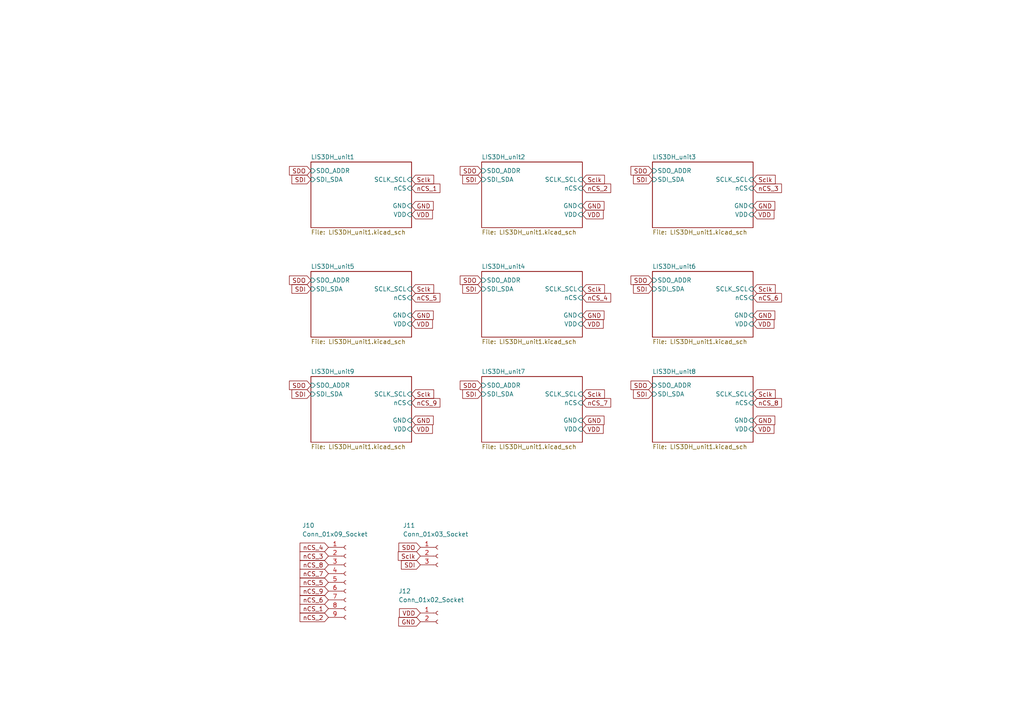
<source format=kicad_sch>
(kicad_sch (version 20230121) (generator eeschema)
  (paper "A4")
  (title_block (title "Vibraptic Grid 9x9") (date "2023-05-18") (rev "1.0") (company "Imperial College") (comment 1 "Author: Alexis DEVILLARD"))
  (lib_symbols
    (symbol "Connector:Conn_01x02_Socket" (pin_names (offset 1.016) hide)
      (property "Reference" "J" (at 0 2.54 0))
      (property "Value" "Conn_01x02_Socket" (at 0 -5.08 0))
      (symbol "Conn_01x02_Socket_1_1"
        (arc (start 0 -2.032) (mid -0.5058 -2.54) (end 0 -3.048) (stroke (width 0.1524)))
        (polyline (pts (xy -1.27 -2.54) (xy -0.508 -2.54)) (stroke (width 0.1524)))
        (polyline (pts (xy -1.27 0) (xy -0.508 0)) (stroke (width 0.1524)))
        (arc (start 0 0.508) (mid -0.5058 0) (end 0 -0.508) (stroke (width 0.1524)))
        (pin passive line (at -5.08 0 0) (length 3.81) (name "Pin_1") (number "1"))
        (pin passive line (at -5.08 -2.54 0) (length 3.81) (name "Pin_2") (number "2"))
      )
    )
    (symbol "Connector:Conn_01x03_Socket" (pin_names (offset 1.016) hide)
      (property "Reference" "J" (at 0 5.08 0))
      (property "Value" "Conn_01x03_Socket" (at 0 -5.08 0))
      (symbol "Conn_01x03_Socket_1_1"
        (arc (start 0 -2.032) (mid -0.5058 -2.54) (end 0 -3.048) (stroke (width 0.1524)))
        (polyline (pts (xy -1.27 -2.54) (xy -0.508 -2.54)) (stroke (width 0.1524)))
        (polyline (pts (xy -1.27 0) (xy -0.508 0)) (stroke (width 0.1524)))
        (polyline (pts (xy -1.27 2.54) (xy -0.508 2.54)) (stroke (width 0.1524)))
        (arc (start 0 0.508) (mid -0.5058 0) (end 0 -0.508) (stroke (width 0.1524)))
        (arc (start 0 3.048) (mid -0.5058 2.54) (end 0 2.032) (stroke (width 0.1524)))
        (pin passive line (at -5.08 2.54 0) (length 3.81) (name "Pin_1") (number "1"))
        (pin passive line (at -5.08 0 0) (length 3.81) (name "Pin_2") (number "2"))
        (pin passive line (at -5.08 -2.54 0) (length 3.81) (name "Pin_3") (number "3"))
      )
    )
    (symbol "Connector:Conn_01x09_Socket" (pin_names (offset 1.016) hide)
      (property "Reference" "J" (at 0 12.7 0))
      (property "Value" "Conn_01x09_Socket" (at 0 -12.7 0))
      (symbol "Conn_01x09_Socket_1_1"
        (arc (start 0 -9.652) (mid -0.5058 -10.16) (end 0 -10.668) (stroke (width 0.1524)))
        (arc (start 0 -7.112) (mid -0.5058 -7.62) (end 0 -8.128) (stroke (width 0.1524)))
        (arc (start 0 -4.572) (mid -0.5058 -5.08) (end 0 -5.588) (stroke (width 0.1524)))
        (arc (start 0 -2.032) (mid -0.5058 -2.54) (end 0 -3.048) (stroke (width 0.1524)))
        (polyline (pts (xy -1.27 -10.16) (xy -0.508 -10.16)) (stroke (width 0.1524)))
        (polyline (pts (xy -1.27 -7.62) (xy -0.508 -7.62)) (stroke (width 0.1524)))
        (polyline (pts (xy -1.27 -5.08) (xy -0.508 -5.08)) (stroke (width 0.1524)))
        (polyline (pts (xy -1.27 -2.54) (xy -0.508 -2.54)) (stroke (width 0.1524)))
        (polyline (pts (xy -1.27 0) (xy -0.508 0)) (stroke (width 0.1524)))
        (polyline (pts (xy -1.27 2.54) (xy -0.508 2.54)) (stroke (width 0.1524)))
        (polyline (pts (xy -1.27 5.08) (xy -0.508 5.08)) (stroke (width 0.1524)))
        (polyline (pts (xy -1.27 7.62) (xy -0.508 7.62)) (stroke (width 0.1524)))
        (polyline (pts (xy -1.27 10.16) (xy -0.508 10.16)) (stroke (width 0.1524)))
        (arc (start 0 0.508) (mid -0.5058 0) (end 0 -0.508) (stroke (width 0.1524)))
        (arc (start 0 3.048) (mid -0.5058 2.54) (end 0 2.032) (stroke (width 0.1524)))
        (arc (start 0 5.588) (mid -0.5058 5.08) (end 0 4.572) (stroke (width 0.1524)))
        (arc (start 0 8.128) (mid -0.5058 7.62) (end 0 7.112) (stroke (width 0.1524)))
        (arc (start 0 10.668) (mid -0.5058 10.16) (end 0 9.652) (stroke (width 0.1524)))
        (pin passive line (at -5.08 10.16 0) (length 3.81) (name "Pin_1") (number "1"))
        (pin passive line (at -5.08 7.62 0) (length 3.81) (name "Pin_2") (number "2"))
        (pin passive line (at -5.08 5.08 0) (length 3.81) (name "Pin_3") (number "3"))
        (pin passive line (at -5.08 2.54 0) (length 3.81) (name "Pin_4") (number "4"))
        (pin passive line (at -5.08 0 0) (length 3.81) (name "Pin_5") (number "5"))
        (pin passive line (at -5.08 -2.54 0) (length 3.81) (name "Pin_6") (number "6"))
        (pin passive line (at -5.08 -5.08 0) (length 3.81) (name "Pin_7") (number "7"))
        (pin passive line (at -5.08 -7.62 0) (length 3.81) (name "Pin_8") (number "8"))
        (pin passive line (at -5.08 -10.16 0) (length 3.81) (name "Pin_9") (number "9"))
      )
    )
  )
  (global_label "SDI" (shape input) (at 90.17 83.82 180) (property "Intersheetrefs" "${INTERSHEET_REFS}" (effects hide)))
  (global_label "SDO" (shape input) (at 121.92 158.75 180) (property "Intersheetrefs" "${INTERSHEET_REFS}" (effects hide)))
  (global_label "GND" (shape input) (at 218.44 121.92 0) (property "Intersheetrefs" "${INTERSHEET_REFS}" (effects hide)))
  (global_label "SDO" (shape input) (at 90.17 49.53 180) (property "Intersheetrefs" "${INTERSHEET_REFS}" (effects hide)))
  (global_label "VDD" (shape input) (at 218.44 124.46 0) (property "Intersheetrefs" "${INTERSHEET_REFS}" (effects hide)))
  (global_label "Sclk" (shape input) (at 119.38 52.07 0) (property "Intersheetrefs" "${INTERSHEET_REFS}" (effects hide)))
  (global_label "Sclk" (shape input) (at 218.44 83.82 0) (property "Intersheetrefs" "${INTERSHEET_REFS}" (effects hide)))
  (global_label "nCS_2" (shape input) (at 95.25 179.07 180) (property "Intersheetrefs" "${INTERSHEET_REFS}" (effects hide)))
  (global_label "SDO" (shape input) (at 139.7 49.53 180) (property "Intersheetrefs" "${INTERSHEET_REFS}" (effects hide)))
  (global_label "SDO" (shape input) (at 90.17 81.28 180) (property "Intersheetrefs" "${INTERSHEET_REFS}" (effects hide)))
  (global_label "SDI" (shape input) (at 189.23 114.3 180) (property "Intersheetrefs" "${INTERSHEET_REFS}" (effects hide)))
  (global_label "nCS_7" (shape input) (at 95.25 166.37 180) (property "Intersheetrefs" "${INTERSHEET_REFS}" (effects hide)))
  (global_label "Sclk" (shape input) (at 121.92 161.29 180) (property "Intersheetrefs" "${INTERSHEET_REFS}" (effects hide)))
  (global_label "nCS_7" (shape input) (at 168.91 116.84 0) (property "Intersheetrefs" "${INTERSHEET_REFS}" (effects hide)))
  (global_label "GND" (shape input) (at 168.91 121.92 0) (property "Intersheetrefs" "${INTERSHEET_REFS}" (effects hide)))
  (global_label "SDO" (shape input) (at 189.23 81.28 180) (property "Intersheetrefs" "${INTERSHEET_REFS}" (effects hide)))
  (global_label "SDI" (shape input) (at 189.23 52.07 180) (property "Intersheetrefs" "${INTERSHEET_REFS}" (effects hide)))
  (global_label "Sclk" (shape input) (at 218.44 114.3 0) (property "Intersheetrefs" "${INTERSHEET_REFS}" (effects hide)))
  (global_label "GND" (shape input) (at 119.38 91.44 0) (property "Intersheetrefs" "${INTERSHEET_REFS}" (effects hide)))
  (global_label "nCS_5" (shape input) (at 119.38 86.36 0) (property "Intersheetrefs" "${INTERSHEET_REFS}" (effects hide)))
  (global_label "SDO" (shape input) (at 139.7 81.28 180) (property "Intersheetrefs" "${INTERSHEET_REFS}" (effects hide)))
  (global_label "SDO" (shape input) (at 90.17 111.76 180) (property "Intersheetrefs" "${INTERSHEET_REFS}" (effects hide)))
  (global_label "nCS_9" (shape input) (at 95.25 171.45 180) (property "Intersheetrefs" "${INTERSHEET_REFS}" (effects hide)))
  (global_label "GND" (shape input) (at 168.91 91.44 0) (property "Intersheetrefs" "${INTERSHEET_REFS}" (effects hide)))
  (global_label "nCS_2" (shape input) (at 168.91 54.61 0) (property "Intersheetrefs" "${INTERSHEET_REFS}" (effects hide)))
  (global_label "GND" (shape input) (at 121.92 180.34 180) (property "Intersheetrefs" "${INTERSHEET_REFS}" (effects hide)))
  (global_label "Sclk" (shape input) (at 119.38 114.3 0) (property "Intersheetrefs" "${INTERSHEET_REFS}" (effects hide)))
  (global_label "SDI" (shape input) (at 139.7 114.3 180) (property "Intersheetrefs" "${INTERSHEET_REFS}" (effects hide)))
  (global_label "nCS_1" (shape input) (at 119.38 54.61 0) (property "Intersheetrefs" "${INTERSHEET_REFS}" (effects hide)))
  (global_label "GND" (shape input) (at 218.44 91.44 0) (property "Intersheetrefs" "${INTERSHEET_REFS}" (effects hide)))
  (global_label "VDD" (shape input) (at 218.44 62.23 0) (property "Intersheetrefs" "${INTERSHEET_REFS}" (effects hide)))
  (global_label "nCS_9" (shape input) (at 119.38 116.84 0) (property "Intersheetrefs" "${INTERSHEET_REFS}" (effects hide)))
  (global_label "nCS_6" (shape input) (at 218.44 86.36 0) (property "Intersheetrefs" "${INTERSHEET_REFS}" (effects hide)))
  (global_label "Sclk" (shape input) (at 168.91 83.82 0) (property "Intersheetrefs" "${INTERSHEET_REFS}" (effects hide)))
  (global_label "GND" (shape input) (at 119.38 121.92 0) (property "Intersheetrefs" "${INTERSHEET_REFS}" (effects hide)))
  (global_label "SDI" (shape input) (at 139.7 83.82 180) (property "Intersheetrefs" "${INTERSHEET_REFS}" (effects hide)))
  (global_label "SDI" (shape input) (at 90.17 52.07 180) (property "Intersheetrefs" "${INTERSHEET_REFS}" (effects hide)))
  (global_label "nCS_5" (shape input) (at 95.25 168.91 180) (property "Intersheetrefs" "${INTERSHEET_REFS}" (effects hide)))
  (global_label "nCS_8" (shape input) (at 218.44 116.84 0) (property "Intersheetrefs" "${INTERSHEET_REFS}" (effects hide)))
  (global_label "nCS_4" (shape input) (at 95.25 158.75 180) (property "Intersheetrefs" "${INTERSHEET_REFS}" (effects hide)))
  (global_label "GND" (shape input) (at 168.91 59.69 0) (property "Intersheetrefs" "${INTERSHEET_REFS}" (effects hide)))
  (global_label "VDD" (shape input) (at 168.91 124.46 0) (property "Intersheetrefs" "${INTERSHEET_REFS}" (effects hide)))
  (global_label "VDD" (shape input) (at 218.44 93.98 0) (property "Intersheetrefs" "${INTERSHEET_REFS}" (effects hide)))
  (global_label "nCS_6" (shape input) (at 95.25 173.99 180) (property "Intersheetrefs" "${INTERSHEET_REFS}" (effects hide)))
  (global_label "VDD" (shape input) (at 119.38 93.98 0) (property "Intersheetrefs" "${INTERSHEET_REFS}" (effects hide)))
  (global_label "VDD" (shape input) (at 168.91 93.98 0) (property "Intersheetrefs" "${INTERSHEET_REFS}" (effects hide)))
  (global_label "nCS_8" (shape input) (at 95.25 163.83 180) (property "Intersheetrefs" "${INTERSHEET_REFS}" (effects hide)))
  (global_label "SDI" (shape input) (at 121.92 163.83 180) (property "Intersheetrefs" "${INTERSHEET_REFS}" (effects hide)))
  (global_label "Sclk" (shape input) (at 168.91 114.3 0) (property "Intersheetrefs" "${INTERSHEET_REFS}" (effects hide)))
  (global_label "SDO" (shape input) (at 189.23 111.76 180) (property "Intersheetrefs" "${INTERSHEET_REFS}" (effects hide)))
  (global_label "SDI" (shape input) (at 90.17 114.3 180) (property "Intersheetrefs" "${INTERSHEET_REFS}" (effects hide)))
  (global_label "nCS_1" (shape input) (at 95.25 176.53 180) (property "Intersheetrefs" "${INTERSHEET_REFS}" (effects hide)))
  (global_label "SDO" (shape input) (at 139.7 111.76 180) (property "Intersheetrefs" "${INTERSHEET_REFS}" (effects hide)))
  (global_label "SDI" (shape input) (at 139.7 52.07 180) (property "Intersheetrefs" "${INTERSHEET_REFS}" (effects hide)))
  (global_label "nCS_4" (shape input) (at 168.91 86.36 0) (property "Intersheetrefs" "${INTERSHEET_REFS}" (effects hide)))
  (global_label "Sclk" (shape input) (at 168.91 52.07 0) (property "Intersheetrefs" "${INTERSHEET_REFS}" (effects hide)))
  (global_label "VDD" (shape input) (at 119.38 124.46 0) (property "Intersheetrefs" "${INTERSHEET_REFS}" (effects hide)))
  (global_label "GND" (shape input) (at 218.44 59.69 0) (property "Intersheetrefs" "${INTERSHEET_REFS}" (effects hide)))
  (global_label "nCS_3" (shape input) (at 218.44 54.61 0) (property "Intersheetrefs" "${INTERSHEET_REFS}" (effects hide)))
  (global_label "GND" (shape input) (at 119.38 59.69 0) (property "Intersheetrefs" "${INTERSHEET_REFS}" (effects hide)))
  (global_label "VDD" (shape input) (at 119.38 62.23 0) (property "Intersheetrefs" "${INTERSHEET_REFS}" (effects hide)))
  (global_label "Sclk" (shape input) (at 218.44 52.07 0) (property "Intersheetrefs" "${INTERSHEET_REFS}" (effects hide)))
  (global_label "Sclk" (shape input) (at 119.38 83.82 0) (property "Intersheetrefs" "${INTERSHEET_REFS}" (effects hide)))
  (global_label "VDD" (shape input) (at 168.91 62.23 0) (property "Intersheetrefs" "${INTERSHEET_REFS}" (effects hide)))
  (global_label "VDD" (shape input) (at 121.92 177.8 180) (property "Intersheetrefs" "${INTERSHEET_REFS}" (effects hide)))
  (global_label "SDO" (shape input) (at 189.23 49.53 180) (property "Intersheetrefs" "${INTERSHEET_REFS}" (effects hide)))
  (global_label "nCS_3" (shape input) (at 95.25 161.29 180) (property "Intersheetrefs" "${INTERSHEET_REFS}" (effects hide)))
  (global_label "SDI" (shape input) (at 189.23 83.82 180) (property "Intersheetrefs" "${INTERSHEET_REFS}" (effects hide)))
  (symbol (lib_id "Connector:Conn_01x09_Socket") (at 100.33 168.91 0) (unit 1)
    (property "Reference" "J10" (at 87.63 152.4 0) (effects (justify left)))
    (property "Value" "Conn_01x09_Socket" (at 87.63 154.94 0) (effects (justify left)))
    (property "Footprint" "Connector_PinHeader_2.54mm:PinHeader_1x09_P2.54mm_Vertical" (effects hide))
  )
  (symbol (lib_id "Connector:Conn_01x02_Socket") (at 127 177.8 0) (unit 1)
    (property "Reference" "J12" (at 115.57 171.45 0) (effects (justify left)))
    (property "Value" "Conn_01x02_Socket" (at 115.57 173.99 0) (effects (justify left)))
    (property "Footprint" "Connector_PinHeader_2.54mm:PinHeader_1x02_P2.54mm_Vertical" (effects hide))
  )
  (symbol (lib_id "Connector:Conn_01x03_Socket") (at 127 161.29 0) (unit 1)
    (property "Reference" "J11" (at 116.84 152.4 0) (effects (justify left)))
    (property "Value" "Conn_01x03_Socket" (at 116.84 154.94 0) (effects (justify left)))
    (property "Footprint" "Connector_PinHeader_2.54mm:PinHeader_1x03_P2.54mm_Vertical" (effects hide))
  )
  (sheet (at 90.17 109.22) (size 29.21 19.05) (stroke (width 0.1524))
    (property "Sheetname" "LIS3DH_unit9" (at 90.17 108.5084 0) (effects (justify left bottom)))
    (property "Sheetfile" "LIS3DH_unit1.kicad_sch" (at 90.17 128.8546 0) (effects (justify left top)))
    (pin "GND" input (at 119.38 121.92 0))
    (pin "SDO_ADDR" input (at 90.17 111.76 180))
    (pin "SDI_SDA" input (at 90.17 114.3 180))
    (pin "nCS" input (at 119.38 116.84 0))
    (pin "SCLK_SCL" input (at 119.38 114.3 0))
    (pin "VDD" input (at 119.38 124.46 0))
  )
  (sheet (at 139.7 78.74) (size 29.21 19.05) (stroke (width 0.1524))
    (property "Sheetname" "LIS3DH_unit4" (at 139.7 78.0284 0) (effects (justify left bottom)))
    (property "Sheetfile" "LIS3DH_unit1.kicad_sch" (at 139.7 98.3746 0) (effects (justify left top)))
    (pin "GND" input (at 168.91 91.44 0))
    (pin "SDO_ADDR" input (at 139.7 81.28 180))
    (pin "SDI_SDA" input (at 139.7 83.82 180))
    (pin "nCS" input (at 168.91 86.36 0))
    (pin "SCLK_SCL" input (at 168.91 83.82 0))
    (pin "VDD" input (at 168.91 93.98 0))
  )
  (sheet (at 90.17 78.74) (size 29.21 19.05) (stroke (width 0.1524))
    (property "Sheetname" "LIS3DH_unit5" (at 90.17 78.0284 0) (effects (justify left bottom)))
    (property "Sheetfile" "LIS3DH_unit1.kicad_sch" (at 90.17 98.3746 0) (effects (justify left top)))
    (pin "GND" input (at 119.38 91.44 0))
    (pin "SDO_ADDR" input (at 90.17 81.28 180))
    (pin "SDI_SDA" input (at 90.17 83.82 180))
    (pin "nCS" input (at 119.38 86.36 0))
    (pin "SCLK_SCL" input (at 119.38 83.82 0))
    (pin "VDD" input (at 119.38 93.98 0))
  )
  (sheet (at 139.7 46.99) (size 29.21 19.05) (stroke (width 0.1524))
    (property "Sheetname" "LIS3DH_unit2" (at 139.7 46.2784 0) (effects (justify left bottom)))
    (property "Sheetfile" "LIS3DH_unit1.kicad_sch" (at 139.7 66.6246 0) (effects (justify left top)))
    (pin "GND" input (at 168.91 59.69 0))
    (pin "SDO_ADDR" input (at 139.7 49.53 180))
    (pin "SDI_SDA" input (at 139.7 52.07 180))
    (pin "nCS" input (at 168.91 54.61 0))
    (pin "SCLK_SCL" input (at 168.91 52.07 0))
    (pin "VDD" input (at 168.91 62.23 0))
  )
  (sheet (at 189.23 78.74) (size 29.21 19.05) (stroke (width 0.1524))
    (property "Sheetname" "LIS3DH_unit6" (at 189.23 78.0284 0) (effects (justify left bottom)))
    (property "Sheetfile" "LIS3DH_unit1.kicad_sch" (at 189.23 98.3746 0) (effects (justify left top)))
    (pin "GND" input (at 218.44 91.44 0))
    (pin "SDO_ADDR" input (at 189.23 81.28 180))
    (pin "SDI_SDA" input (at 189.23 83.82 180))
    (pin "nCS" input (at 218.44 86.36 0))
    (pin "SCLK_SCL" input (at 218.44 83.82 0))
    (pin "VDD" input (at 218.44 93.98 0))
  )
  (sheet (at 90.17 46.99) (size 29.21 19.05) (stroke (width 0.1524))
    (property "Sheetname" "LIS3DH_unit1" (at 90.17 46.2784 0) (effects (justify left bottom)))
    (property "Sheetfile" "LIS3DH_unit1.kicad_sch" (at 90.17 66.6246 0) (effects (justify left top)))
    (pin "GND" input (at 119.38 59.69 0))
    (pin "SDO_ADDR" input (at 90.17 49.53 180))
    (pin "nCS" input (at 119.38 54.61 0))
    (pin "SCLK_SCL" input (at 119.38 52.07 0))
    (pin "VDD" input (at 119.38 62.23 0))
    (pin "SDI_SDA" input (at 90.17 52.07 180))
  )
  (sheet (at 189.23 46.99) (size 29.21 19.05) (stroke (width 0.1524))
    (property "Sheetname" "LIS3DH_unit3" (at 189.23 46.2784 0) (effects (justify left bottom)))
    (property "Sheetfile" "LIS3DH_unit1.kicad_sch" (at 189.23 66.6246 0) (effects (justify left top)))
    (pin "GND" input (at 218.44 59.69 0))
    (pin "SDO_ADDR" input (at 189.23 49.53 180))
    (pin "SDI_SDA" input (at 189.23 52.07 180))
    (pin "nCS" input (at 218.44 54.61 0))
    (pin "SCLK_SCL" input (at 218.44 52.07 0))
    (pin "VDD" input (at 218.44 62.23 0))
  )
  (sheet (at 189.23 109.22) (size 29.21 19.05) (stroke (width 0.1524))
    (property "Sheetname" "LIS3DH_unit8" (at 189.23 108.5084 0) (effects (justify left bottom)))
    (property "Sheetfile" "LIS3DH_unit1.kicad_sch" (at 189.23 128.8546 0) (effects (justify left top)))
    (pin "GND" input (at 218.44 121.92 0))
    (pin "SDO_ADDR" input (at 189.23 111.76 180))
    (pin "SDI_SDA" input (at 189.23 114.3 180))
    (pin "nCS" input (at 218.44 116.84 0))
    (pin "SCLK_SCL" input (at 218.44 114.3 0))
    (pin "VDD" input (at 218.44 124.46 0))
  )
  (sheet (at 139.7 109.22) (size 29.21 19.05) (stroke (width 0.1524))
    (property "Sheetname" "LIS3DH_unit7" (at 139.7 108.5084 0) (effects (justify left bottom)))
    (property "Sheetfile" "LIS3DH_unit1.kicad_sch" (at 139.7 128.8546 0) (effects (justify left top)))
    (pin "GND" input (at 168.91 121.92 0))
    (pin "SDO_ADDR" input (at 139.7 111.76 180))
    (pin "SDI_SDA" input (at 139.7 114.3 180))
    (pin "nCS" input (at 168.91 116.84 0))
    (pin "SCLK_SCL" input (at 168.91 114.3 0))
    (pin "VDD" input (at 168.91 124.46 0))
  )
)
</source>
